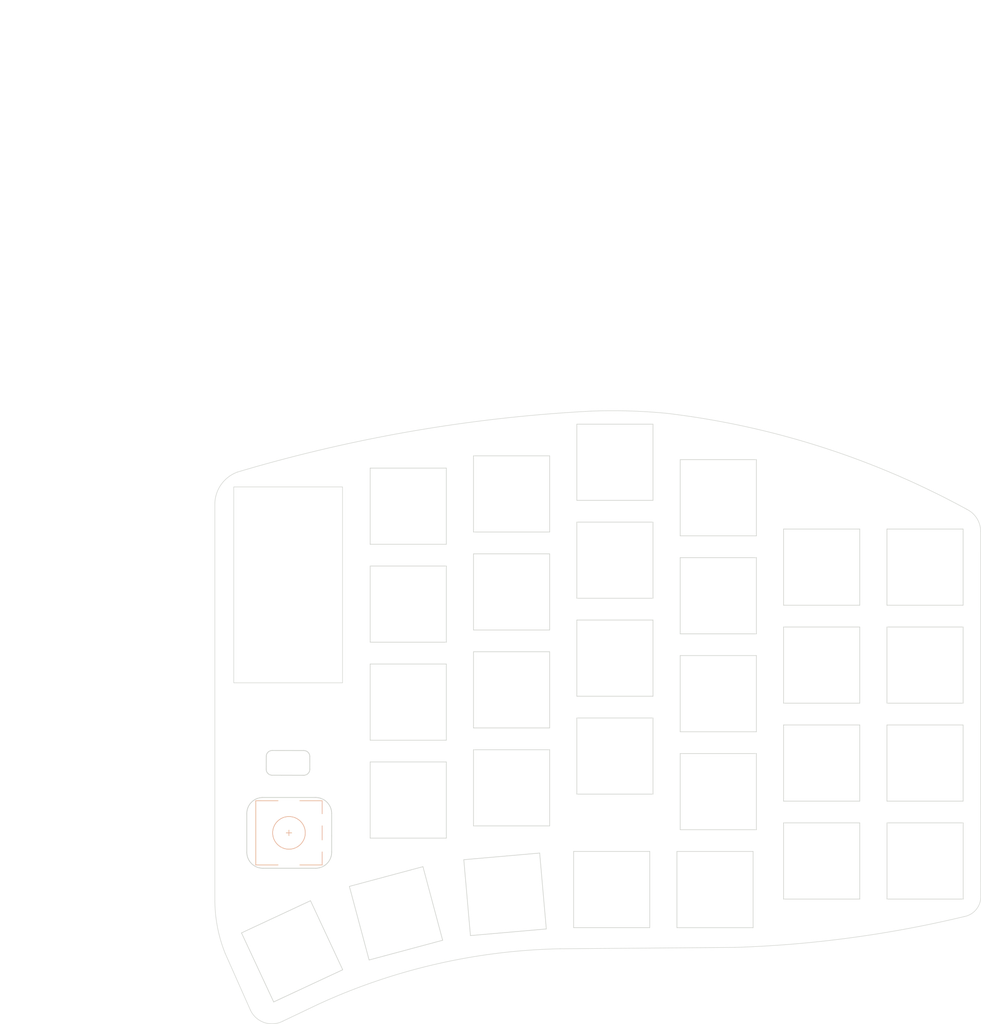
<source format=kicad_pcb>
(kicad_pcb (version 20211014) (generator pcbnew)
  (layers (0 "F.Cu" signal) (31 "B.Cu" signal) (34 "B.Paste" user) (35 "F.Paste" user) (36 "B.SilkS" user "B.Silkscreen") (37 "F.SilkS" user "F.Silkscreen") (38 "B.Mask" user) (39 "F.Mask" user) (44 "Edge.Cuts" user))
  (net 0 "")
  (footprint "Plate:Plate_ChocSpacing_Hotswap_SK6812MiniE" (layer "F.Cu") (at 120.5 48.0195 180)
    (fp_text reference "SW1" hide)
    (fp_text value "SW_PUSH_LED" hide)
    (fp_line (start -7 -7) (end -7 7) (layer "Edge.Cuts") (width 0.12))
    (fp_line (start 7 7) (end 7 -7) (layer "Edge.Cuts") (width 0.12))
    (fp_line (start -7 -7) (end 7 -7) (layer "Edge.Cuts") (width 0.12))
    (fp_line (start -7 7) (end 7 7) (layer "Edge.Cuts") (width 0.12))
  )
  (footprint "Plate:Plate_ChocSpacing_Hotswap_SK6812MiniE" (layer "F.Cu") (at 139.5 45.7695 180)
    (fp_text reference "SW2" hide)
    (fp_text value "SW_PUSH_LED" hide)
    (fp_line (start -7 7) (end 7 7) (layer "Edge.Cuts") (width 0.12))
    (fp_line (start 7 7) (end 7 -7) (layer "Edge.Cuts") (width 0.12))
    (fp_line (start -7 -7) (end 7 -7) (layer "Edge.Cuts") (width 0.12))
    (fp_line (start -7 -7) (end -7 7) (layer "Edge.Cuts") (width 0.12))
  )
  (footprint "Plate:Plate_ChocSpacing_Hotswap_SK6812MiniE" (layer "F.Cu") (at 158.5 39.95 180)
    (fp_text reference "SW3" hide)
    (fp_text value "SW_PUSH_LED" hide)
    (fp_line (start -7 -7) (end -7 7) (layer "Edge.Cuts") (width 0.12))
    (fp_line (start 7 7) (end 7 -7) (layer "Edge.Cuts") (width 0.12))
    (fp_line (start -7 -7) (end 7 -7) (layer "Edge.Cuts") (width 0.12))
    (fp_line (start -7 7) (end 7 7) (layer "Edge.Cuts") (width 0.12))
  )
  (footprint "Plate:Plate_ChocSpacing_Hotswap_SK6812MiniE" (layer "F.Cu") (at 177.5 46.4695 180)
    (fp_text reference "SW4" hide)
    (fp_text value "SW_PUSH_LED" hide)
    (fp_line (start -7 -7) (end -7 7) (layer "Edge.Cuts") (width 0.12))
    (fp_line (start 7 7) (end 7 -7) (layer "Edge.Cuts") (width 0.12))
    (fp_line (start -7 7) (end 7 7) (layer "Edge.Cuts") (width 0.12))
    (fp_line (start -7 -7) (end 7 -7) (layer "Edge.Cuts") (width 0.12))
  )
  (footprint "Plate:Plate_ChocSpacing_Hotswap_SK6812MiniE" (layer "F.Cu") (at 196.5 59.2195 180)
    (fp_text reference "SW5" hide)
    (fp_text value "SW_PUSH_LED" hide)
    (fp_line (start -7 -7) (end 7 -7) (layer "Edge.Cuts") (width 0.12))
    (fp_line (start -7 -7) (end -7 7) (layer "Edge.Cuts") (width 0.12))
    (fp_line (start 7 7) (end 7 -7) (layer "Edge.Cuts") (width 0.12))
    (fp_line (start -7 7) (end 7 7) (layer "Edge.Cuts") (width 0.12))
  )
  (footprint "Plate:Plate_ChocSpacing_Hotswap_SK6812MiniE" (layer "F.Cu") (at 120.5 66.0195 180)
    (fp_text reference "SW7" hide)
    (fp_text value "SW_PUSH_LED" hide)
    (fp_line (start 7 7) (end 7 -7) (layer "Edge.Cuts") (width 0.12))
    (fp_line (start -7 -7) (end -7 7) (layer "Edge.Cuts") (width 0.12))
    (fp_line (start -7 -7) (end 7 -7) (layer "Edge.Cuts") (width 0.12))
    (fp_line (start -7 7) (end 7 7) (layer "Edge.Cuts") (width 0.12))
  )
  (footprint "Plate:Plate_ChocSpacing_Hotswap_SK6812MiniE" (layer "F.Cu") (at 139.5 63.7695 180)
    (fp_text reference "SW8" hide)
    (fp_text value "SW_PUSH_LED" hide)
    (fp_line (start -7 -7) (end -7 7) (layer "Edge.Cuts") (width 0.12))
    (fp_line (start 7 7) (end 7 -7) (layer "Edge.Cuts") (width 0.12))
    (fp_line (start -7 7) (end 7 7) (layer "Edge.Cuts") (width 0.12))
    (fp_line (start -7 -7) (end 7 -7) (layer "Edge.Cuts") (width 0.12))
  )
  (footprint "Plate:Plate_ChocSpacing_Hotswap_SK6812MiniE" (layer "F.Cu") (at 158.5 57.94 180)
    (fp_text reference "SW9" hide)
    (fp_text value "SW_PUSH_LED" hide)
    (fp_line (start -7 -7) (end 7 -7) (layer "Edge.Cuts") (width 0.12))
    (fp_line (start -7 -7) (end -7 7) (layer "Edge.Cuts") (width 0.12))
    (fp_line (start 7 7) (end 7 -7) (layer "Edge.Cuts") (width 0.12))
    (fp_line (start -7 7) (end 7 7) (layer "Edge.Cuts") (width 0.12))
  )
  (footprint "Plate:Plate_ChocSpacing_Hotswap_SK6812MiniE" (layer "F.Cu") (at 177.5 64.4695 180)
    (fp_text reference "SW10" hide)
    (fp_text value "SW_PUSH_LED" hide)
    (fp_line (start 7 7) (end 7 -7) (layer "Edge.Cuts") (width 0.12))
    (fp_line (start -7 -7) (end 7 -7) (layer "Edge.Cuts") (width 0.12))
    (fp_line (start -7 7) (end 7 7) (layer "Edge.Cuts") (width 0.12))
    (fp_line (start -7 -7) (end -7 7) (layer "Edge.Cuts") (width 0.12))
  )
  (footprint "Plate:Plate_ChocSpacing_Hotswap_SK6812MiniE" (layer "F.Cu") (at 196.5 77.2195 180)
    (fp_text reference "SW11" hide)
    (fp_text value "SW_PUSH_LED" hide)
    (fp_line (start 7 7) (end 7 -7) (layer "Edge.Cuts") (width 0.12))
    (fp_line (start -7 7) (end 7 7) (layer "Edge.Cuts") (width 0.12))
    (fp_line (start -7 -7) (end 7 -7) (layer "Edge.Cuts") (width 0.12))
    (fp_line (start -7 -7) (end -7 7) (layer "Edge.Cuts") (width 0.12))
  )
  (footprint "Plate:Plate_ChocSpacing_Hotswap_SK6812MiniE" (layer "F.Cu") (at 215.5 77.2195 180)
    (fp_text reference "SW12" hide)
    (fp_text value "SW_PUSH_LED" hide)
    (fp_line (start 7 7) (end 7 -7) (layer "Edge.Cuts") (width 0.12))
    (fp_line (start -7 7) (end 7 7) (layer "Edge.Cuts") (width 0.12))
    (fp_line (start -7 -7) (end 7 -7) (layer "Edge.Cuts") (width 0.12))
    (fp_line (start -7 -7) (end -7 7) (layer "Edge.Cuts") (width 0.12))
  )
  (footprint "Plate:Plate_ChocSpacing_Hotswap_SK6812MiniE" (layer "F.Cu") (at 120.5 84.0195 180)
    (fp_text reference "SW13" hide)
    (fp_text value "SW_PUSH_LED" hide)
    (fp_line (start -7 -7) (end -7 7) (layer "Edge.Cuts") (width 0.12))
    (fp_line (start 7 7) (end 7 -7) (layer "Edge.Cuts") (width 0.12))
    (fp_line (start -7 7) (end 7 7) (layer "Edge.Cuts") (width 0.12))
    (fp_line (start -7 -7) (end 7 -7) (layer "Edge.Cuts") (width 0.12))
  )
  (footprint "Plate:Plate_ChocSpacing_Hotswap_SK6812MiniE" (layer "F.Cu") (at 139.5 81.7695 180)
    (fp_text reference "SW14" hide)
    (fp_text value "SW_PUSH_LED" hide)
    (fp_line (start 7 7) (end 7 -7) (layer "Edge.Cuts") (width 0.12))
    (fp_line (start -7 -7) (end -7 7) (layer "Edge.Cuts") (width 0.12))
    (fp_line (start -7 7) (end 7 7) (layer "Edge.Cuts") (width 0.12))
    (fp_line (start -7 -7) (end 7 -7) (layer "Edge.Cuts") (width 0.12))
  )
  (footprint "Plate:Plate_ChocSpacing_Hotswap_SK6812MiniE" (layer "F.Cu") (at 158.5 75.94 180)
    (fp_text reference "SW15" hide)
    (fp_text value "SW_PUSH_LED" hide)
    (fp_line (start -7 -7) (end 7 -7) (layer "Edge.Cuts") (width 0.12))
    (fp_line (start 7 7) (end 7 -7) (layer "Edge.Cuts") (width 0.12))
    (fp_line (start -7 -7) (end -7 7) (layer "Edge.Cuts") (width 0.12))
    (fp_line (start -7 7) (end 7 7) (layer "Edge.Cuts") (width 0.12))
  )
  (footprint "Plate:Plate_ChocSpacing_Hotswap_SK6812MiniE" (layer "F.Cu") (at 177.5 82.4695 180)
    (fp_text reference "SW16" hide)
    (fp_text value "SW_PUSH_LED" hide)
    (fp_line (start -7 7) (end 7 7) (layer "Edge.Cuts") (width 0.12))
    (fp_line (start -7 -7) (end -7 7) (layer "Edge.Cuts") (width 0.12))
    (fp_line (start -7 -7) (end 7 -7) (layer "Edge.Cuts") (width 0.12))
    (fp_line (start 7 7) (end 7 -7) (layer "Edge.Cuts") (width 0.12))
  )
  (footprint "Plate:Plate_ChocSpacing_Hotswap_SK6812MiniE" (layer "F.Cu") (at 196.5 95.2195 180)
    (fp_text reference "SW17" hide)
    (fp_text value "SW_PUSH_LED" hide)
    (fp_line (start 7 7) (end 7 -7) (layer "Edge.Cuts") (width 0.12))
    (fp_line (start -7 -7) (end -7 7) (layer "Edge.Cuts") (width 0.12))
    (fp_line (start -7 7) (end 7 7) (layer "Edge.Cuts") (width 0.12))
    (fp_line (start -7 -7) (end 7 -7) (layer "Edge.Cuts") (width 0.12))
  )
  (footprint "Plate:Plate_ChocSpacing_Hotswap_SK6812MiniE" (layer "F.Cu") (at 215.5 95.2195 180)
    (fp_text reference "SW18" hide)
    (fp_text value "SW_PUSH_LED" hide)
    (fp_line (start -7 7) (end 7 7) (layer "Edge.Cuts") (width 0.12))
    (fp_line (start -7 -7) (end 7 -7) (layer "Edge.Cuts") (width 0.12))
    (fp_line (start 7 7) (end 7 -7) (layer "Edge.Cuts") (width 0.12))
    (fp_line (start -7 -7) (end -7 7) (layer "Edge.Cuts") (width 0.12))
  )
  (footprint "Plate:Plate_ChocSpacing_Hotswap_SK6812MiniE" (layer "F.Cu") (at 120.5 102.0195 180)
    (fp_text reference "SW19" hide)
    (fp_text value "SW_PUSH_LED" hide)
    (fp_line (start -7 7) (end 7 7) (layer "Edge.Cuts") (width 0.12))
    (fp_line (start -7 -7) (end 7 -7) (layer "Edge.Cuts") (width 0.12))
    (fp_line (start -7 -7) (end -7 7) (layer "Edge.Cuts") (width 0.12))
    (fp_line (start 7 7) (end 7 -7) (layer "Edge.Cuts") (width 0.12))
  )
  (footprint "Plate:Plate_ChocSpacing_Hotswap_SK6812MiniE" (layer "F.Cu") (at 139.5 99.7695 180)
    (fp_text reference "SW20" hide)
    (fp_text value "SW_PUSH_LED" hide)
    (fp_line (start 7 7) (end 7 -7) (layer "Edge.Cuts") (width 0.12))
    (fp_line (start -7 -7) (end -7 7) (layer "Edge.Cuts") (width 0.12))
    (fp_line (start -7 7) (end 7 7) (layer "Edge.Cuts") (width 0.12))
    (fp_line (start -7 -7) (end 7 -7) (layer "Edge.Cuts") (width 0.12))
  )
  (footprint "Plate:Plate_ChocSpacing_Hotswap_SK6812MiniE" (layer "F.Cu") (at 158.5 93.94 180)
    (fp_text reference "SW21" hide)
    (fp_text value "SW_PUSH_LED" hide)
    (fp_line (start -7 7) (end 7 7) (layer "Edge.Cuts") (width 0.12))
    (fp_line (start -7 -7) (end 7 -7) (layer "Edge.Cuts") (width 0.12))
    (fp_line (start 7 7) (end 7 -7) (layer "Edge.Cuts") (width 0.12))
    (fp_line (start -7 -7) (end -7 7) (layer "Edge.Cuts") (width 0.12))
  )
  (footprint "Plate:Plate_ChocSpacing_Hotswap_SK6812MiniE" (layer "F.Cu") (at 177.5 100.4695 180)
    (fp_text reference "SW22" hide)
    (fp_text value "SW_PUSH_LED" hide)
    (fp_line (start 7 7) (end 7 -7) (layer "Edge.Cuts") (width 0.12))
    (fp_line (start -7 -7) (end 7 -7) (layer "Edge.Cuts") (width 0.12))
    (fp_line (start -7 7) (end 7 7) (layer "Edge.Cuts") (width 0.12))
    (fp_line (start -7 -7) (end -7 7) (layer "Edge.Cuts") (width 0.12))
  )
  (footprint "Plate:Plate_ChocSpacing_Hotswap_SK6812MiniE" (layer "F.Cu") (at 196.5 113.2195 180)
    (fp_text reference "SW23" hide)
    (fp_text value "SW_PUSH_LED" hide)
    (fp_line (start -7 -7) (end -7 7) (layer "Edge.Cuts") (width 0.12))
    (fp_line (start -7 -7) (end 7 -7) (layer "Edge.Cuts") (width 0.12))
    (fp_line (start 7 7) (end 7 -7) (layer "Edge.Cuts") (width 0.12))
    (fp_line (start -7 7) (end 7 7) (layer "Edge.Cuts") (width 0.12))
  )
  (footprint "Plate:Plate_ChocSpacing_Hotswap_SK6812MiniE" (layer "F.Cu") (at 215.512493 113.2195 180)
    (fp_text reference "SW24" hide)
    (fp_text value "SW_PUSH_LED" hide)
    (fp_line (start -7 7) (end 7 7) (layer "Edge.Cuts") (width 0.12))
    (fp_line (start -7 -7) (end -7 7) (layer "Edge.Cuts") (width 0.12))
    (fp_line (start -7 -7) (end 7 -7) (layer "Edge.Cuts") (width 0.12))
    (fp_line (start 7 7) (end 7 -7) (layer "Edge.Cuts") (width 0.12))
  )
  (footprint "Plate:Plate_ChocSpacing_Hotswap_SK6812MiniE" (layer "F.Cu") (at 99.149234 129.818965 -155)
    (fp_text reference "SW26" hide)
    (fp_text value "SW_PUSH_LED" hide)
    (fp_line (start 7 7) (end 7 -7) (layer "Edge.Cuts") (width 0.12))
    (fp_line (start -7 -7) (end 7 -7) (layer "Edge.Cuts") (width 0.12))
    (fp_line (start -7 -7) (end -7 7) (layer "Edge.Cuts") (width 0.12))
    (fp_line (start -7 7) (end 7 7) (layer "Edge.Cuts") (width 0.12))
  )
  (footprint "Plate:Plate_ChocSpacing_Hotswap_SK6812MiniE" (layer "F.Cu") (at 138.298041 119.344167 -175)
    (fp_text reference "SW28" hide)
    (fp_text value "SW_PUSH_LED" hide)
    (fp_line (start -7 7) (end 7 7) (layer "Edge.Cuts") (width 0.12))
    (fp_line (start -7 -7) (end 7 -7) (layer "Edge.Cuts") (width 0.12))
    (fp_line (start -7 -7) (end -7 7) (layer "Edge.Cuts") (width 0.12))
    (fp_line (start 7 7) (end 7 -7) (layer "Edge.Cuts") (width 0.12))
  )
  (footprint "Plate:Plate_ChocSpacing_Hotswap_SK6812MiniE" (layer "F.Cu") (at 157.9 118.4595 180)
    (fp_text reference "SW29" hide)
    (fp_text value "SW_PUSH_LED" hide)
    (fp_line (start -7 7) (end 7 7) (layer "Edge.Cuts") (width 0.12))
    (fp_line (start 7 7) (end 7 -7) (layer "Edge.Cuts") (width 0.12))
    (fp_line (start -7 -7) (end -7 7) (layer "Edge.Cuts") (width 0.12))
    (fp_line (start -7 -7) (end 7 -7) (layer "Edge.Cuts") (width 0.12))
  )
  (footprint "Plate:Plate_ChocSpacing_Hotswap_SK6812MiniE" (layer "F.Cu") (at 176.9 118.4695 180)
    (fp_text reference "SW30" hide)
    (fp_text value "SW_PUSH_LED" hide)
    (fp_line (start -7 7) (end 7 7) (layer "Edge.Cuts") (width 0.12))
    (fp_line (start -7 -7) (end -7 7) (layer "Edge.Cuts") (width 0.12))
    (fp_line (start 7 7) (end 7 -7) (layer "Edge.Cuts") (width 0.12))
    (fp_line (start -7 -7) (end 7 -7) (layer "Edge.Cuts") (width 0.12))
  )
  (footprint "Plate:Plate_ChocSpacing_Hotswap_SK6812MiniE" (layer "F.Cu") (at 118.25437 122.836375 -165)
    (fp_text reference "SW27" hide)
    (fp_text value "SW_PUSH_LED" hide)
    (fp_line (start -7 -7) (end 7 -7) (layer "Edge.Cuts") (width 0.12))
    (fp_line (start 7 7) (end 7 -7) (layer "Edge.Cuts") (width 0.12))
    (fp_line (start -7 -7) (end -7 7) (layer "Edge.Cuts") (width 0.12))
    (fp_line (start -7 7) (end 7 7) (layer "Edge.Cuts") (width 0.12))
  )
  (footprint "Plate:Plate_ChocSpacing_Hotswap_SK6812MiniE" (layer "F.Cu") (at 215.5 59.2195 180)
    (fp_text reference "SW6" hide)
    (fp_text value "SW_PUSH_LED" hide)
    (fp_line (start 7 7) (end 7 -7) (layer "Edge.Cuts") (width 0.12))
    (fp_line (start -7 -7) (end 7 -7) (layer "Edge.Cuts") (width 0.12))
    (fp_line (start -7 -7) (end -7 7) (layer "Edge.Cuts") (width 0.12))
    (fp_line (start -7 7) (end 7 7) (layer "Edge.Cuts") (width 0.12))
  )
  (footprint "Plate:Plate_RotaryEncoder_Alps_EC11E-Switch_Vertical" (layer "F.Cu") (at 98.575 108.05)
    (fp_text reference "SW25" hide)
    (fp_text value "Rotary_Encoder_Switch")
    (fp_line (start 6.1 -5.9) (end 6.1 -3.5) (layer "B.SilkS") (width 0.12))
    (fp_line (start 6.1 5.9) (end 2 5.9) (layer "B.SilkS") (width 0.12))
    (fp_line (start 6.1 3.5) (end 6.1 5.9) (layer "B.SilkS") (width 0.12))
    (fp_line (start -2 5.9) (end -6.1 5.9) (layer "B.SilkS") (width 0.12))
    (fp_line (start -6.1 -5.9) (end -6.1 5.9) (layer "B.SilkS") (width 0.12))
    (fp_line (start -0.5 0) (end 0.5 0) (layer "B.SilkS") (width 0.12))
    (fp_line (start 6.1 -1.3) (end 6.1 1.3) (layer "B.SilkS") (width 0.12))
    (fp_line (start 0 -0.5) (end 0 0.5) (layer "B.SilkS") (width 0.12))
    (fp_line (start -2 -5.9) (end -6.1 -5.9) (layer "B.SilkS") (width 0.12))
    (fp_line (start 2 -5.9) (end 6.1 -5.9) (layer "B.SilkS") (width 0.12))
    (fp_circle (center 0 0) (end 3 0) (layer "B.SilkS") (width 0.12) (fill none))
    (fp_line (start 0 -0.5) (end 0 0.5) (layer "F.SilkS") (width 0.12))
    (fp_line (start -0.5 0) (end 0.5 0) (layer "F.SilkS") (width 0.12))
    (fp_line (start 6.1 -1.3) (end 6.1 1.3) (layer "F.SilkS") (width 0.12))
    (fp_line (start 6.1 -5.9) (end 6.1 -3.5) (layer "F.SilkS") (width 0.12))
    (fp_line (start 6.1 3.5) (end 6.1 5.9) (layer "F.SilkS") (width 0.12))
    (fp_line (start -6.1 -5.9) (end -6.1 5.9) (layer "F.SilkS") (width 0.12))
    (fp_line (start 6.1 5.9) (end 2 5.9) (layer "F.SilkS") (width 0.12))
    (fp_line (start -2 -5.9) (end -6.1 -5.9) (layer "F.SilkS") (width 0.12))
    (fp_line (start -2 5.9) (end -6.1 5.9) (layer "F.SilkS") (width 0.12))
    (fp_line (start 2 -5.9) (end 6.1 -5.9) (layer "F.SilkS") (width 0.12))
    (fp_circle (center 0 0) (end 3 0) (layer "F.SilkS") (width 0.12) (fill none))
    (fp_line (start 4.85 -6.5) (end -4.85 -6.5) (layer "Edge.Cuts") (width 0.15))
    (fp_line (start 7.85 3.5) (end 7.85 0.5) (layer "Edge.Cuts") (width 0.15))
    (fp_line (start 7.85 0.5) (end 7.85 -3.6) (layer "Edge.Cuts") (width 0.15))
    (fp_line (start -4.75 6.5) (end 4.95 6.5) (layer "Edge.Cuts") (width 0.15))
    (fp_line (start -7.75 -3.5) (end -7.75 3.6) (layer "Edge.Cuts") (width 0.15))
    (fp_arc (start -4.75 6.5) (mid -6.85061 5.67132) (end -7.75 3.6) (layer "Edge.Cuts") (width 0.15))
    (fp_arc (start 7.85 3.5) (mid 7.02132 5.60061) (end 4.95 6.5) (layer "Edge.Cuts") (width 0.15))
    (fp_arc (start -7.75 -3.5) (mid -6.92132 -5.60061) (end -4.85 -6.5) (layer "Edge.Cuts") (width 0.15))
    (fp_arc (start 4.85 -6.5) (mid 6.95061 -5.67132) (end 7.85 -3.6) (layer "Edge.Cuts") (width 0.15))
  )
  (gr_line (start 102.401104 96.385339) (end 102.399767 94.022391) (layer "Edge.Cuts") (width 0.15))
  (gr_arc (start 94.398896 93.989661) (mid 94.725 93.225) (end 95.496287 92.914894) (layer "Edge.Cuts") (width 0.15))
  (gr_rect (start 88.425 44.475) (end 108.425 80.475) (layer "Edge.Cuts") (width 0.1) (fill none))
  (gr_line (start 101.325 92.925) (end 95.496287 92.914894) (layer "Edge.Cuts") (width 0.15))
  (gr_line (start 97.45 142.65) (end 103.85 139.6) (layer "Edge.Cuts") (width 0.1))
  (gr_arc (start 222.69607 123.435293) (mid 201.767199 127.340242) (end 180.55 129.1) (layer "Edge.Cuts") (width 0.1))
  (gr_arc (start 154.1 30.55) (mid 161.056693 30.517423) (end 168 30.95) (layer "Edge.Cuts") (width 0.1))
  (gr_arc (start 95.464661 97.451104) (mid 94.7 97.125) (end 94.389894 96.353713) (layer "Edge.Cuts") (width 0.15))
  (gr_arc (start 101.325 92.925) (mid 102.089661 93.251104) (end 102.399767 94.022391) (layer "Edge.Cuts") (width 0.15))
  (gr_arc (start 97.45 142.65) (mid 94.050844 142.911863) (end 91.5 140.65) (layer "Edge.Cuts") (width 0.1))
  (gr_arc (start 168 30.95) (mid 196.445917 37.129412) (end 223.2 48.6) (layer "Edge.Cuts") (width 0.1))
  (gr_arc (start 89.1 41.75) (mid 121.267723 34.221609) (end 154.1 30.55) (layer "Edge.Cuts") (width 0.1))
  (gr_line (start 86.85 130.2) (end 91.5 140.65) (layer "Edge.Cuts") (width 0.1))
  (gr_line (start 148.45 129.35) (end 180.55 129.1) (layer "Edge.Cuts") (width 0.1))
  (gr_arc (start 225.75 119.6) (mid 224.943457 122.091297) (end 222.69607 123.435293) (layer "Edge.Cuts") (width 0.1))
  (gr_line (start 95.464661 97.451104) (end 101.303713 97.460106) (layer "Edge.Cuts") (width 0.15))
  (gr_arc (start 102.401104 96.385339) (mid 102.075 97.15) (end 101.303713 97.460106) (layer "Edge.Cuts") (width 0.15))
  (gr_arc (start 223.2 48.6) (mid 225.039621 50.26642) (end 225.732233 52.65) (layer "Edge.Cuts") (width 0.1))
  (gr_line (start 84.95 47.5) (end 84.95 120.55) (layer "Edge.Cuts") (width 0.1))
  (gr_arc (start 84.95 47.5) (mid 86.142713 43.988219) (end 89.1 41.75) (layer "Edge.Cuts") (width 0.1))
  (gr_arc (start 86.85 130.2) (mid 85.44832 125.463932) (end 84.95 120.55) (layer "Edge.Cuts") (width 0.1))
  (gr_line (start 225.732233 52.65) (end 225.75 119.6) (layer "Edge.Cuts") (width 0.1))
  (gr_arc (start 103.85 139.6) (mid 125.620271 132.170033) (end 148.45 129.35) (layer "Edge.Cuts") (width 0.1))
  (gr_line (start 94.398896 93.989661) (end 94.389894 96.353713) (layer "Edge.Cuts") (width 0.15))
)
</source>
